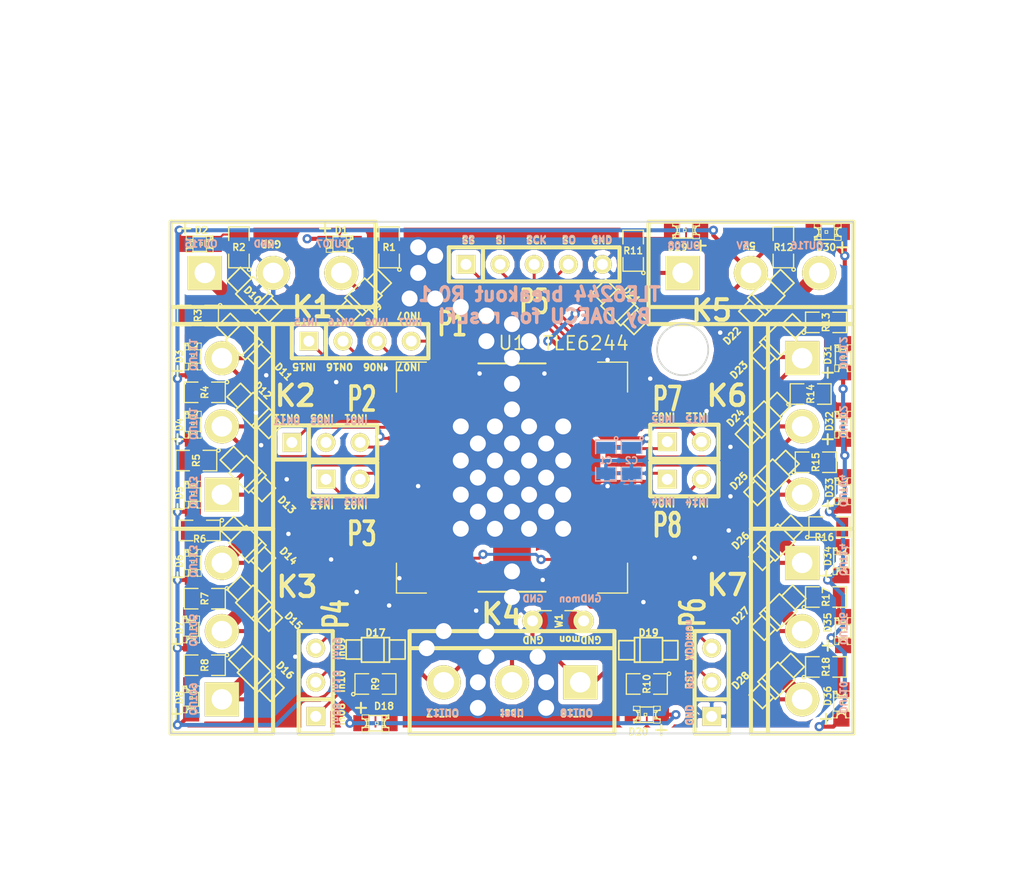
<source format=kicad_pcb>
(kicad_pcb (version 20221018) (generator pcbnew)
  (title_block (title "Breakout TLE6244") (rev "R.01") (company "http://rusefi.com/"))
  (layers (0 "F.Cu" signal) (1 "In1.Cu" power "PWR") (2 "In2.Cu" power "GND") (31 "B.Cu" signal) (34 "B.Paste" user) (35 "F.Paste" user) (36 "B.SilkS" user) (37 "F.SilkS" user) (38 "B.Mask" user) (39 "F.Mask" user) (44 "Edge.Cuts" user))
  (net 0 "")
  (net 1 "/5v")
  (net 2 "/GNDmon")
  (net 3 "/RST")
  (net 4 "/SCK")
  (net 5 "/SI")
  (net 6 "/SO")
  (net 7 "/SS")
  (net 8 "/Ubatt")
  (net 9 "/VDDmon")
  (net 10 "/in01")
  (net 11 "/in02")
  (net 12 "/in03")
  (net 13 "/in04")
  (net 14 "/in05")
  (net 15 "/in06")
  (net 16 "/in07")
  (net 17 "/in08")
  (net 18 "/in09")
  (net 19 "/in10")
  (net 20 "/in11")
  (net 21 "/in12")
  (net 22 "/in13")
  (net 23 "/in14")
  (net 24 "/in15")
  (net 25 "/in16")
  (net 26 "/out01")
  (net 27 "/out02")
  (net 28 "/out03")
  (net 29 "/out04")
  (net 30 "/out05")
  (net 31 "/out06")
  (net 32 "/out07")
  (net 33 "/out08")
  (net 34 "/out09")
  (net 35 "/out10")
  (net 36 "/out11")
  (net 37 "/out12")
  (net 38 "/out13")
  (net 39 "/out14")
  (net 40 "/out15")
  (net 41 "/out16")
  (net 42 "/out17")
  (net 43 "/out18")
  (net 44 "GND")
  (net 45 "N-0000026")
  (net 46 "N-0000028")
  (net 47 "N-0000029")
  (net 48 "N-0000030")
  (net 49 "N-0000033")
  (net 50 "N-0000034")
  (net 51 "N-0000039")
  (net 52 "N-0000040")
  (net 53 "N-0000041")
  (net 54 "N-0000042")
  (net 55 "N-0000043")
  (net 56 "N-0000044")
  (net 57 "N-0000059")
  (net 58 "N-0000060")
  (net 59 "N-0000061")
  (net 60 "N-0000062")
  (net 61 "N-0000063")
  (net 62 "N-0000064")
  (net 63 "N-0000065")
  (net 64 "N-0000066")
  (net 65 "N-0000068")
  (net 66 "N-0000069")
  (net 67 "N-0000070")
  (net 68 "N-0000071")
  (net 69 "N-0000072")
  (net 70 "N-0000073")
  (net 71 "N-0000074")
  (net 72 "N-0000075")
  (net 73 "N-0000076")
  (net 74 "N-0000077")
  (net 75 "N-0000078")
  (net 76 "N-0000079")
  (net 77 "N-0000080")
  (net 78 "N-0000081")
  (net 79 "N-0000083")
  (net 80 "N-0000084")
  (footprint "SOD-123" (layer "F.Cu") (at 206.375 153.543 -45)
    (fp_text reference "D14")
    (fp_text value "DIODE" hide)
  )
  (footprint "SOD-123" (layer "F.Cu") (at 245.872 158.623 -135)
    (fp_text reference "D27")
    (fp_text value "DIODE" hide)
  )
  (footprint "SOD-123" (layer "F.Cu") (at 245.745 153.416 -135)
    (fp_text reference "D26")
    (fp_text value "DIODE" hide)
  )
  (footprint "SOD-123" (layer "F.Cu") (at 245.364 148.59 -135)
    (fp_text reference "D25")
    (fp_text value "DIODE" hide)
  )
  (footprint "SOD-123" (layer "F.Cu") (at 245.745 163.703 -135)
    (fp_text reference "D28")
    (fp_text value "DIODE" hide)
  )
  (footprint "SOD-123" (layer "F.Cu") (at 244.729 144.272 -135)
    (fp_text reference "D24")
    (fp_text value "DIODE" hide)
  )
  (footprint "SOD-123" (layer "F.Cu") (at 206.883 135.001 -45)
    (fp_text reference "D10")
    (fp_text value "DIODE" hide)
  )
  (footprint "SOD-123" (layer "F.Cu") (at 245.872 138.43 -135)
    (fp_text reference "D23")
    (fp_text value "DIODE" hide)
  )
  (footprint "SOD-123" (layer "F.Cu") (at 207.01 163.195 -45)
    (fp_text reference "D16")
    (fp_text value "DIODE" hide)
  )
  (footprint "SOD-123" (layer "F.Cu") (at 236.22 161.417 180)
    (fp_text reference "D19")
    (fp_text value "DIODE" hide)
  )
  (footprint "SOD-123" (layer "F.Cu") (at 206.883 157.988 -45)
    (fp_text reference "D15")
    (fp_text value "DIODE" hide)
  )
  (footprint "SOD-123" (layer "F.Cu") (at 215.011 135.128 -135)
    (fp_text reference "D9")
    (fp_text value "DIODE" hide)
  )
  (footprint "SOD-123" (layer "F.Cu") (at 206.375 148.336 -45)
    (fp_text reference "D13")
    (fp_text value "DIODE" hide)
  )
  (footprint "SOD-123" (layer "F.Cu") (at 206.883 143.637 -45)
    (fp_text reference "D12")
    (fp_text value "DIODE" hide)
  )
  (footprint "SOD-123" (layer "F.Cu") (at 206.121 138.43 -45)
    (fp_text reference "D11")
    (fp_text value "DIODE" hide)
  )
  (footprint "SOD-123" (layer "F.Cu") (at 244.983 135.128 -135)
    (fp_text reference "D22")
    (fp_text value "DIODE" hide)
  )
  (footprint "SOD-123" (layer "F.Cu") (at 234.061 135.89 -45)
    (fp_text reference "D21")
    (fp_text value "DIODE" hide)
  )
  (footprint "SM0805_jumper" (layer "F.Cu") (at 229.489 159.258)
    (fp_text reference "W1")
    (fp_text value "TEST" hide)
  )
  (footprint "SM0805" (layer "F.Cu") (at 249.428 137.033)
    (fp_text reference "R13")
    (fp_text value "1K" hide)
  )
  (footprint "SM0805" (layer "F.Cu") (at 249.428 157.48)
    (fp_text reference "R17")
    (fp_text value "1K" hide)
  )
  (footprint "SM0805" (layer "F.Cu") (at 215.9 163.957)
    (fp_text reference "R9")
    (fp_text value "1K" hide)
  )
  (footprint "SM0805" (layer "F.Cu") (at 249.428 162.687)
    (fp_text reference "R18")
    (fp_text value "1K" hide)
  )
  (footprint "SM0805" (layer "F.Cu") (at 249.682 152.273)
    (fp_text reference "R16")
    (fp_text value "1K" hide)
  )
  (footprint "SM0805" (layer "F.Cu") (at 248.666 147.447)
    (fp_text reference "R15")
    (fp_text value "1K" hide)
  )
  (footprint "SM0805" (layer "F.Cu") (at 205.74 131.445 90)
    (fp_text reference "R2")
    (fp_text value "1K" hide)
  )
  (footprint "SM0805" (layer "F.Cu") (at 248.285 142.367)
    (fp_text reference "R14")
    (fp_text value "1K" hide)
  )
  (footprint "SM0805" (layer "F.Cu") (at 246.253 131.445 90)
    (fp_text reference "R12")
    (fp_text value "1K" hide)
  )
  (footprint "SM0805" (layer "F.Cu") (at 236.093 163.957 180)
    (fp_text reference "R10")
    (fp_text value "1K" hide)
  )
  (footprint "SM0805" (layer "F.Cu") (at 203.2 162.56 180)
    (fp_text reference "R8")
    (fp_text value "1K" hide)
  )
  (footprint "SM0805" (layer "F.Cu") (at 202.692 136.525 180)
    (fp_text reference "R3")
    (fp_text value "1K" hide)
  )
  (footprint "SM0805" (layer "F.Cu") (at 216.916 131.445 90)
    (fp_text reference "R1")
    (fp_text value "1K" hide)
  )
  (footprint "SM0805" (layer "F.Cu") (at 203.2 157.607 180)
    (fp_text reference "R7")
    (fp_text value "1K" hide)
  )
  (footprint "SM0805" (layer "F.Cu") (at 202.819 152.527 180)
    (fp_text reference "R6")
    (fp_text value "1K" hide)
  )
  (footprint "SM0805" (layer "F.Cu") (at 235.077 131.699 90)
    (fp_text reference "R11")
    (fp_text value "1K" hide)
  )
  (footprint "SM0805" (layer "F.Cu") (at 202.565 147.32 180)
    (fp_text reference "R5")
    (fp_text value "1K" hide)
  )
  (footprint "SM0805" (layer "F.Cu") (at 203.2 142.24 180)
    (fp_text reference "R4")
    (fp_text value "1K" hide)
  )
  (footprint "LED-0805_A" (layer "F.Cu") (at 215.9 166.878)
    (fp_text reference "D18")
    (fp_text value "LED-red" hide)
  )
  (footprint "LED-0805_A" (layer "F.Cu") (at 239.014 130.175 180)
    (fp_text reference "D29")
    (fp_text value "LED-red" hide)
  )
  (footprint "LED-0805_A" (layer "F.Cu") (at 202.311 149.86 90)
    (fp_text reference "D5")
    (fp_text value "LED-red" hide)
  )
  (footprint "LED-0805_A" (layer "F.Cu") (at 202.311 154.94 90)
    (fp_text reference "D6")
    (fp_text value "LED-red" hide)
  )
  (footprint "LED-0805_A" (layer "F.Cu") (at 213.233 131.191)
    (fp_text reference "D1")
    (fp_text value "LED-red" hide)
  )
  (footprint "LED-0805_A" (layer "F.Cu") (at 202.184 159.893 90)
    (fp_text reference "D7")
    (fp_text value "LED-red" hide)
  )
  (footprint "LED-0805_A" (layer "F.Cu") (at 202.311 144.653 90)
    (fp_text reference "D4")
    (fp_text value "LED-red" hide)
  )
  (footprint "LED-0805_A" (layer "F.Cu") (at 249.555 130.302 180)
    (fp_text reference "D30")
    (fp_text value "LED-red" hide)
  )
  (footprint "LED-0805_A" (layer "F.Cu") (at 202.819 131.191)
    (fp_text reference "D2")
    (fp_text value "LED-red" hide)
  )
  (footprint "LED-0805_A" (layer "F.Cu") (at 250.698 160.02 90)
    (fp_text reference "D35")
    (fp_text value "LED-red" hide)
  )
  (footprint "LED-0805_A" (layer "F.Cu") (at 202.184 165.1 90)
    (fp_text reference "D8")
    (fp_text value "LED-red" hide)
  )
  (footprint "LED-0805_A" (layer "F.Cu") (at 250.698 139.7 90)
    (fp_text reference "D31")
    (fp_text value "LED-red" hide)
  )
  (footprint "LED-0805_A" (layer "F.Cu") (at 250.698 144.653 90)
    (fp_text reference "D32")
    (fp_text value "LED-red" hide)
  )
  (footprint "LED-0805_A" (layer "F.Cu") (at 250.698 149.606 90)
    (fp_text reference "D33")
    (fp_text value "LED-red" hide)
  )
  (footprint "LED-0805_A" (layer "F.Cu") (at 250.571 165.481 90)
    (fp_text reference "D36")
    (fp_text value "LED-red" hide)
  )
  (footprint "LED-0805_A" (layer "F.Cu") (at 250.571 154.813 90)
    (fp_text reference "D34")
    (fp_text value "LED-red" hide)
  )
  (footprint "HiQUAD64" (layer "F.Cu") (at 226.06 148.59)
    (fp_text reference "U1")
    (fp_text value "TLE6244")
  )
  (footprint "bornier3" (layer "F.Cu") (at 243.84 133.35)
    (fp_text reference "K5")
    (fp_text value "CONN_3" hide)
  )
  (footprint "bornier3" (layer "F.Cu") (at 247.65 144.78 -90)
    (fp_text reference "K6")
    (fp_text value "CONN_3" hide)
  )
  (footprint "bornier3" (layer "F.Cu") (at 208.28 133.35)
    (fp_text reference "K1")
    (fp_text value "CONN_3" hide)
  )
  (footprint "bornier3" (layer "F.Cu") (at 247.65 160.02 -90)
    (fp_text reference "K7")
    (fp_text value "CONN_3" hide)
  )
  (footprint "bornier3" (layer "F.Cu") (at 204.47 160.02 90)
    (fp_text reference "K3")
    (fp_text value "CONN_3" hide)
  )
  (footprint "bornier3" (layer "F.Cu") (at 204.47 144.78 90)
    (fp_text reference "K2")
    (fp_text value "CONN_3" hide)
  )
  (footprint "LED-0805_A" (layer "F.Cu") (at 202.311 139.573 90)
    (fp_text reference "D3")
    (fp_text value "LED-red" hide)
  )
  (footprint "bornier3" (layer "F.Cu") (at 226.06 163.83 180)
    (fp_text reference "K4")
    (fp_text value "CONN_3" hide)
  )
  (footprint "SOD-123" (layer "F.Cu") (at 215.9 161.417)
    (fp_text reference "D17")
    (fp_text value "DIODE" hide)
  )
  (footprint "LED-0805_A" (layer "F.Cu") (at 236.093 166.243 180)
    (fp_text reference "D20")
    (fp_text value "LED-red" hide)
  )
  (footprint "SIL-4" (layer "F.Cu") (at 214.757 138.43)
    (fp_text reference "P1")
    (fp_text value "CONN_4" hide)
  )
  (footprint "SIL-3" (layer "F.Cu") (at 212.217 145.9738)
    (fp_text reference "P2")
    (fp_text value "CONN_3" hide)
  )
  (footprint "SIL-3" (layer "F.Cu") (at 211.455 163.83 90)
    (fp_text reference "P4")
    (fp_text value "CONN_3" hide)
  )
  (footprint "SIL-3" (layer "F.Cu") (at 240.919 163.83 90)
    (fp_text reference "P6")
    (fp_text value "CONN_3" hide)
  )
  (footprint "SIL-5" (layer "F.Cu") (at 228.981 132.715)
    (fp_text reference "P5")
    (fp_text value "CONN_5" hide)
  )
  (footprint "SIL-2" (layer "F.Cu") (at 213.487 148.717)
    (fp_text reference "P3")
    (fp_text value "CONN_2" hide)
  )
  (footprint "SIL-2" (layer "F.Cu") (at 238.887 148.717)
    (fp_text reference "P8")
    (fp_text value "CONN_2" hide)
  )
  (footprint "SIL-2" (layer "F.Cu") (at 238.887 145.923)
    (fp_text reference "P7")
    (fp_text value "CONN_2" hide)
  )
  (footprint "SM0805" (layer "B.Cu") (at 233.045 147.32 -90)
    (fp_text reference "C1")
    (fp_text value "1uF" hide)
  )
  (footprint "SM0805" (layer "B.Cu") (at 234.95 147.32 -90)
    (fp_text reference "C2")
    (fp_text value ".01uF" hide)
  )
  (gr_line (start 200.66 167.64) (end 200.66 129.54) (stroke (width 0.127)) (layer "Edge.Cuts"))
  (gr_line (start 200.66 129.54) (end 251.46 129.54) (stroke (width 0.127)) (layer "Edge.Cuts"))
  (gr_line (start 251.46 167.64) (end 200.66 167.64) (stroke (width 0.127)) (layer "Edge.Cuts"))
  (gr_line (start 251.46 129.54) (end 251.46 167.64) (stroke (width 0.127)) (layer "Edge.Cuts"))
  (gr_circle (center 238.76 139.065) (end 238.76 137.16) (stroke (width 0.127)) (fill none) (layer "Edge.Cuts"))
  (gr_text "OUT09       OUT05       OUT13       OUT03       OUT01       OUT11" (at 202.311 166.37 270) (layer "B.SilkS") (effects (font (size 0.508 0.508) (thickness 0.127)) (justify left mirror)))
  (gr_text "OUT16        5V       OUT08" (at 249.301 131.318) (layer "B.SilkS") (effects (font (size 0.508 0.508) (thickness 0.127)) (justify left mirror)))
  (gr_text "TLE6244 breakout R0.1\nBy DAECU for rusEFI " (at 228.092 135.763) (layer "B.SilkS") (effects (font (size 1.016 1.016) (thickness 0.254)) (justify mirror)))
  (gr_text "GNDmon   GND" (at 232.791 157.607) (layer "B.SilkS") (effects (font (size 0.508 0.508) (thickness 0.127)) (justify left mirror)))
  (gr_text "IN03  IN13" (at 215.392 150.368) (layer "B.SilkS") (effects (font (size 0.508 0.508) (thickness 0.127)) (justify left mirror)))
  (gr_text "OUT10       OUT06       OUT14       OUT04       OUT02       OUT12" (at 250.698 166.243 270) (layer "B.SilkS") (effects (font (size 0.508 0.508) (thickness 0.127)) (justify left mirror)))
  (gr_text "IN14  IN04" (at 240.792 150.368) (layer "B.SilkS") (effects (font (size 0.508 0.508) (thickness 0.127)) (justify left mirror)))
  (gr_text "IN01  IN05  0N11" (at 215.392 144.399) (layer "B.SilkS") (effects (font (size 0.508 0.508) (thickness 0.127)) (justify left mirror)))
  (gr_text "SS    SI    SCK   SO   GND" (at 222.25 130.81 180) (layer "B.SilkS") (effects (font (size 0.508 0.508) (thickness 0.127)) (justify left mirror)))
  (gr_text "GND   RST  VDDmon" (at 239.268 167.132 270) (layer "B.SilkS") (effects (font (size 0.508 0.508) (thickness 0.127)) (justify left mirror)))
  (gr_text "IN12  IN02" (at 240.792 144.272) (layer "B.SilkS") (effects (font (size 0.508 0.508) (thickness 0.127)) (justify left mirror)))
  (gr_text "in08  in10  in09" (at 212.979 167.132 270) (layer "B.SilkS") (effects (font (size 0.508 0.508) (thickness 0.127)) (justify left mirror)))
  (gr_text "OUT07        GND       OUT15" (at 213.995 131.191) (layer "B.SilkS") (effects (font (size 0.508 0.508) (thickness 0.127)) (justify left mirror)))
  (gr_text "OUT18       Ubat        OUT17" (at 232.156 166.116) (layer "B.SilkS") (effects (font (size 0.508 0.508) (thickness 0.127)) (justify left mirror)))
  (gr_text "IN07  IN06  0N16  IN15" (at 219.456 137.033) (layer "B.SilkS") (effects (font (size 0.508 0.508) (thickness 0.127)) (justify left mirror)))
  (gr_text "             GND            " (at 213.995 131.191 180) (layer "F.SilkS") (effects (font (size 0.508 0.508) (thickness 0.127)) (justify left)))
  (gr_text "             5V            " (at 249.301 131.318 180) (layer "F.SilkS") (effects (font (size 0.508 0.508) (thickness 0.127)) (justify left)))
  (gr_text "IN12  IN02" (at 240.792 144.018 180) (layer "F.SilkS") (effects (font (size 0.508 0.508) (thickness 0.127)) (justify left)))
  (gr_text "GNDmon   GND" (at 232.791 160.655 180) (layer "F.SilkS") (effects (font (size 0.508 0.508) (thickness 0.127)) (justify left)))
  (gr_text "IN01  IN05  0N11" (at 215.392 144.145 180) (layer "F.SilkS") (effects (font (size 0.508 0.508) (thickness 0.127)) (justify left)))
  (gr_text "IN07" (at 219.329 136.525 180) (layer "F.SilkS") (effects (font (size 0.508 0.508) (thickness 0.127)) (justify left)))
  (gr_text "IN07  IN06  0N16  IN15" (at 219.329 140.335 180) (layer "F.SilkS") (effects (font (size 0.508 0.508) (thickness 0.127)) (justify left)))
  (gr_text "OUT18       Ubat        OUT17" (at 232.156 166.116 180) (layer "F.SilkS") (effects (font (size 0.508 0.508) (thickness 0.127)) (justify left)))
  (gr_text "in08  in10  in09" (at 213.36 167.132 90) (layer "F.SilkS") (effects (font (size 0.508 0.508) (thickness 0.127)) (justify left)))
  (gr_text "SS    SI    SCK   SO   GND" (at 222.25 130.937) (layer "F.SilkS") (effects (font (size 0.508 0.508) (thickness 0.127)) (justify left)))
  (gr_text "IN03  IN13" (at 215.392 150.622 180) (layer "F.SilkS") (effects (font (size 0.508 0.508) (thickness 0.127)) (justify left)))
  (gr_text "GND   RST  VDDmon" (at 239.268 167.132 90) (layer "F.SilkS") (effects (font (size 0.508 0.508) (thickness 0.127)) (justify left)))
  (gr_text "IN14  IN04" (at 240.792 150.495 180) (layer "F.SilkS") (effects (font (size 0.508 0.508) (thickness 0.127)) (justify left)))
  (target plus (at 226.06 148.59) (size 0.005) (width 0.127) (layer "Edge.Cuts"))
  (segment (start 250.825 130.52298) (end 250.825 132.08) (width 0.3048) (layer "F.Cu") (net 1))
  (segment (start 201.295 130.71602) (end 201.295 130.175) (width 0.3048) (layer "F.Cu") (net 1))
  (segment (start 211.80298 130.81) (end 210.82 130.81) (width 0.3048) (layer "F.Cu") (net 1))
  (segment (start 201.96302 140.97) (end 201.422 140.97) (width 0.3048) (layer "F.Cu") (net 1))
  (segment (start 201.422 140.97) (end 201.168 141.224) (width 0.3048) (layer "F.Cu") (net 1))
  (segment (start 202.09002 151.13) (end 201.168 151.13) (width 0.3048) (layer "F.Cu") (net 1))
  (segment (start 202.09002 156.21) (end 201.168 156.21) (width 0.3048) (layer "F.Cu") (net 1))
  (segment (start 201.83602 161.29) (end 201.168 161.29) (width 0.3048) (layer "F.Cu") (net 1))
  (segment (start 201.32802 167.005) (end 201.168 167.005) (width 0.3048) (layer "F.Cu") (net 1))
  (segment (start 250.15698 160.528) (end 249.809 160.528) (width 0.3048) (layer "F.Cu") (net 1))
  (segment (start 250.22302 151.13) (end 249.682 151.13) (width 0.3048) (layer "F.Cu") (net 1))
  (segment (start 250.825 145.82902) (end 250.825 146.939) (width 0.3048) (layer "F.Cu") (net 1))
  (segment (start 249.96902 167.132) (end 248.92 167.132) (width 0.3048) (layer "F.Cu") (net 1))
  (segment (start 236.093 145.669) (end 234.16006 145.669) (width 0.3048) (layer "F.Cu") (net 1))
  (segment (start 234.16006 145.669) (end 234.15752 145.66646) (width 0.3048) (layer "F.Cu") (net 1))
  (segment (start 202.21702 145.796) (end 201.295 145.796) (width 0.3048) (layer "F.Cu") (net 1))
  (segment (start 250.22302 156.21) (end 249.555 156.21) (width 0.3048) (layer "F.Cu") (net 1))
  (segment (start 232.78846 145.66646) (end 232.156 145.034) (width 0.3048) (layer "F.Cu") (net 1))
  (segment (start 232.156 145.034) (end 232.156 142.532522) (width 0.3048) (layer "F.Cu") (net 1))
  (segment (start 232.156 142.532522) (end 234.188 140.500522) (width 0.3048) (layer "F.Cu") (net 1))
  (segment (start 234.188 140.500522) (end 234.188 139.573) (width 0.3048) (layer "F.Cu") (net 1))
  (segment (start 234.188 139.573) (end 238.252 135.509) (width 0.3048) (layer "F.Cu") (net 1))
  (segment (start 238.252 135.509) (end 241.681 135.509) (width 0.3048) (layer "F.Cu") (net 1))
  (segment (start 241.681 135.509) (end 243.84 133.35) (width 0.3048) (layer "F.Cu") (net 1))
  (segment (start 241.046 130.556) (end 243.84 133.35) (width 0.3048) (layer "F.Cu") (net 1))
  (segment (start 250.19 131.445) (end 246.126 131.445) (width 0.3048) (layer "F.Cu") (net 1))
  (segment (start 246.126 131.445) (end 245.11 131.445) (width 0.3048) (layer "F.Cu") (net 1))
  (segment (start 245.11 131.445) (end 243.84 132.715) (width 0.3048) (layer "F.Cu") (net 1))
  (segment (start 243.84 132.715) (end 243.84 133.35) (width 0.3048) (layer "F.Cu") (net 1))
  (segment (start 250.698 140.716) (end 249.428 139.446) (width 0.3048) (layer "F.Cu") (net 1))
  (segment (start 249.428 139.446) (end 249.428 136.017) (width 0.3048) (layer "F.Cu") (net 1))
  (segment (start 249.428 136.017) (end 250.825 134.62) (width 0.3048) (layer "F.Cu") (net 1))
  (segment (start 250.825 134.62) (end 250.825 132.08) (width 0.3048) (layer "F.Cu") (net 1))
  (segment (start 212.18398 131.191) (end 211.80298 130.81) (width 0.3048) (layer "F.Cu") (net 1))
  (segment (start 202.184 166.14902) (end 201.32802 167.005) (width 0.3048) (layer "F.Cu") (net 1))
  (segment (start 240.06302 130.175) (end 241.046 130.175) (width 0.3048) (layer "F.Cu") (net 1))
  (segment (start 202.311 150.90902) (end 202.09002 151.13) (width 0.3048) (layer "F.Cu") (net 1))
  (segment (start 250.825 132.08) (end 250.19 131.445) (width 0.3048) (layer "F.Cu") (net 1))
  (segment (start 202.184 160.94202) (end 201.83602 161.29) (width 0.3048) (layer "F.Cu") (net 1))
  (segment (start 202.311 155.98902) (end 202.09002 156.21) (width 0.3048) (layer "F.Cu") (net 1))
  (segment (start 250.698 145.70202) (end 250.825 145.82902) (width 0.3048) (layer "F.Cu") (net 1))
  (segment (start 214.85098 166.878) (end 213.995 166.878) (width 0.3048) (layer "F.Cu") (net 1))
  (segment (start 241.046 130.175) (end 241.046 130.556) (width 0.3048) (layer "F.Cu") (net 1))
  (segment (start 250.698 150.65502) (end 250.22302 151.13) (width 0.3048) (layer "F.Cu") (net 1))
  (segment (start 250.698 140.74902) (end 250.698 140.716) (width 0.3048) (layer "F.Cu") (net 1))
  (segment (start 250.698 161.06902) (end 250.15698 160.528) (width 0.3048) (layer "F.Cu") (net 1))
  (segment (start 250.60402 130.302) (end 250.825 130.52298) (width 0.3048) (layer "F.Cu") (net 1))
  (segment (start 250.698 140.74902) (end 250.698 141.986) (width 0.3048) (layer "F.Cu") (net 1))
  (segment (start 250.571 166.53002) (end 249.96902 167.132) (width 0.3048) (layer "F.Cu") (net 1))
  (segment (start 202.311 145.70202) (end 202.21702 145.796) (width 0.3048) (layer "F.Cu") (net 1))
  (segment (start 201.76998 131.191) (end 201.295 130.71602) (width 0.3048) (layer "F.Cu") (net 1))
  (segment (start 234.15752 145.66646) (end 232.78846 145.66646) (width 0.3048) (layer "F.Cu") (net 1))
  (segment (start 250.571 155.86202) (end 250.22302 156.21) (width 0.3048) (layer "F.Cu") (net 1))
  (segment (start 202.311 140.62202) (end 201.96302 140.97) (width 0.3048) (layer "F.Cu") (net 1))
  (segment (start 238.252 166.243) (end 237.14202 166.243) (width 0.3048) (layer "F.Cu") (net 1))
  (via (at 213.995 166.878) (size 0.6858) (drill 0.3302) (layers "F.Cu" "B.Cu") (net 1))
  (via (at 201.168 151.13) (size 0.6858) (drill 0.3302) (layers "F.Cu" "B.Cu") (net 1))
  (via (at 201.295 130.175) (size 0.6858) (drill 0.3302) (layers "F.Cu" "B.Cu") (net 1))
  (via (at 201.168 161.29) (size 0.6858) (drill 0.3302) (layers "F.Cu" "B.Cu") (net 1))
  (via (at 238.252 166.243) (size 0.6858) (drill 0.3302) (layers "F.Cu" "B.Cu") (net 1))
  (via (at 248.92 167.132) (size 0.6858) (drill 0.3302) (layers "F.Cu" "B.Cu") (net 1))
  (via (at 236.093 145.669) (size 0.6858) (drill 0.3302) (layers "F.Cu" "B.Cu") (net 1))
  (via (at 210.82 130.81) (size 0.6858) (drill 0.3302) (layers "F.Cu" "B.Cu") (net 1))
  (via (at 249.682 151.13) (size 0.6858) (drill 0.3302) (layers "F.Cu" "B.Cu") (net 1))
  (via (at 201.295 145.796) (size 0.6858) (drill 0.3302) (layers "F.Cu" "B.Cu") (net 1))
  (via (at 201.168 167.005) (size 0.6858) (drill 0.3302) (layers "F.Cu" "B.Cu") (net 1))
  (via (at 250.698 141.986) (size 0.6858) (drill 0.3302) (layers "F.Cu" "B.Cu") (net 1))
  (via (at 201.168 156.21) (size 0.6858) (drill 0.3302) (layers "F.Cu" "B.Cu") (net 1))
  (via (at 201.168 141.224) (size 0.6858) (drill 0.3302) (layers "F.Cu" "B.Cu") (net 1))
  (via (at 241.046 130.175) (size 0.6858) (drill 0.3302) (layers "F.Cu" "B.Cu") (net 1))
  (via (at 249.555 156.21) (size 0.6858) (drill 0.3302) (layers "F.Cu" "B.Cu") (net 1))
  (via (at 250.825 132.08) (size 0.6858) (drill 0.3302) (layers "F.Cu" "B.Cu") (net 1))
  (via (at 249.809 160.528) (size 0.6858) (drill 0.3302) (layers "F.Cu" "B.Cu") (net 1))
  (via (at 250.825 146.939) (size 0.6858) (drill 0.3302) (layers "F.Cu" "B.Cu") (net 1))
  (segment (start 234.95 146.3675) (end 235.3945 146.3675) (width 0.3048) (layer "B.Cu") (net 1))
  (segment (start 235.3945 146.3675) (end 236.093 145.669) (width 0.3048) (layer "B.Cu") (net 1))
  (segment (start 201.295 130.175) (end 201.168 130.302) (width 0.3048) (layer "B.Cu") (net 1))
  (segment (start 201.168 130.302) (end 201.168 145.669) (width 0.3048) (layer "B.Cu") (net 1))
  (segment (start 201.168 145.669) (end 201.168 151.13) (width 0.3048) (layer "B.Cu") (net 1))
  (segment (start 201.168 151.13) (end 201.168 156.21) (width 0.3048) (layer "B.Cu") (net 1))
  (segment (start 201.168 156.21) (end 201.168 161.29) (width 0.3048) (layer "B.Cu") (net 1))
  (segment (start 201.168 161.29) (end 201.168 167.005) (width 0.3048) (layer "B.Cu") (net 1))
  (segment (start 250.698 146.812) (end 250.825 146.939) (width 0.3048) (layer "B.Cu") (net 1))
  (segment (start 250.825 146.939) (end 250.825 149.987) (width 0.3048) (layer "B.Cu") (net 1))
  (segment (start 250.825 149.987) (end 249.682 151.13) (width 0.3048) (layer "B.Cu") (net 1))
  (segment (start 249.682 151.13) (end 250.698 152.146) (width 0.3048) (layer "B.Cu") (net 1))
  (segment (start 250.698 152.146) (end 250.698 155.067) (width 0.3048) (layer "B.Cu") (net 1))
  (segment (start 250.698 155.067) (end 249.555 156.21) (width 0.3048) (layer "B.Cu") (net 1))
  (segment (start 249.555 156.21) (end 250.698 157.353) (width 0.3048) (layer "B.Cu") (net 1))
  (segment (start 250.698 157.353) (end 250.698 159.639) (width 0.3048) (layer "B.Cu") (net 1))
  (segment (start 250.698 159.639) (end 249.809 160.528) (width 0.3048) (layer "B.Cu") (net 1))
  (segment (start 249.809 160.528) (end 249.809 160.655) (width 0.3048) (layer "B.Cu") (net 1))
  (segment (start 249.809 160.655) (end 250.825 161.671) (width 0.3048) (layer "B.Cu") (net 1))
  (segment (start 250.825 161.671) (end 250.825 165.227) (width 0.3048) (layer "B.Cu") (net 1))
  (segment (start 250.825 165.227) (end 248.92 167.132) (width 0.3048) (layer "B.Cu") (net 1))
  (segment (start 237.617 166.878) (end 238.252 166.243) (width 0.3048) (layer "B.Cu") (net 1))
  (segment (start 213.995 166.497) (end 212.598 165.1) (width 0.3048) (layer "B.Cu") (net 1))
  (segment (start 212.598 165.1) (end 210.439 165.1) (width 0.3048) (layer "B.Cu") (net 1))
  (segment (start 210.439 165.1) (end 208.534 167.005) (width 0.3048) (layer "B.Cu") (net 1))
  (segment (start 208.534 167.005) (end 201.168 167.005) (width 0.3048) (layer "B.Cu") (net 1))
  (segment (start 241.046 130.175) (end 201.295 130.175) (width 0.3048) (layer "B.Cu") (net 1))
  (segment (start 213.995 166.878) (end 213.995 166.497) (width 0.3048) (layer "B.Cu") (net 1))
  (segment (start 213.995 166.878) (end 237.617 166.878) (width 0.3048) (layer "B.Cu") (net 1))
  (segment (start 233.045 146.3675) (end 234.95 146.3675) (width 0.3048) (layer "B.Cu") (net 1))
  (segment (start 250.698 141.986) (end 250.698 146.812) (width 0.3048) (layer "B.Cu") (net 1))
  (segment (start 230.124 156.74658) (end 230.124 158.623) (width 0.2159) (layer "F.Cu") (net 2))
  (segment (start 230.124 158.623) (end 230.759 159.258) (width 0.2159) (layer "F.Cu") (net 2))
  (segment (start 230.18306 156.68752) (end 230.124 156.74658) (width 0.2159) (layer "F.Cu") (net 2))
  (segment (start 239.395 162.306) (end 239.395 160.655) (width 0.2159) (layer "F.Cu") (net 3))
  (segment (start 239.395 160.655) (end 237.49 158.75) (width 0.2159) (layer "F.Cu") (net 3))
  (segment (start 237.49 158.75) (end 233.426 158.75) (width 0.2159) (layer "F.Cu") (net 3))
  (segment (start 233.426 158.75) (end 232.918 158.242) (width 0.2159) (layer "F.Cu") (net 3))
  (segment (start 232.918 158.242) (end 231.902 158.242) (width 0.2159) (layer "F.Cu") (net 3))
  (segment (start 231.902 158.242) (end 231.648 157.988) (width 0.2159) (layer "F.Cu") (net 3))
  (segment (start 231.648 157.988) (end 231.648 156.85198) (width 0.2159) (layer "F.Cu") (net 3))
  (segment (start 231.648 156.85198) (end 231.48354 156.68752) (width 0.2159) (layer "F.Cu") (net 3))
  (segment (start 240.919 163.83) (end 239.395 162.306) (width 0.2159) (layer "F.Cu") (net 3))
  (segment (start 231.48354 138.90054) (end 227.711 135.128) (width 0.2159) (layer "F.Cu") (net 4))
  (segment (start 227.711 135.128) (end 227.711 132.715) (width 0.2159) (layer "F.Cu") (net 4))
  (segment (start 231.48354 140.49248) (end 231.48354 138.90054) (width 0.2159) (layer "F.Cu") (net 4))
  (segment (start 230.8333 138.86096) (end 225.171 133.19866) (width 0.2159) (layer "F.Cu") (net 5))
  (segment (start 225.171 133.19866) (end 225.171 132.715) (width 0.2159) (layer "F.Cu") (net 5))
  (segment (start 230.8333 140.49248) (end 230.8333 138.86096) (width 0.2159) (layer "F.Cu") (net 5))
  (segment (start 232.13378 138.94012) (end 228.6 135.40634) (width 0.2159) (layer "F.Cu") (net 6))
  (segment (start 228.6 135.40634) (end 228.6 134.366) (width 0.2159) (layer "F.Cu") (net 6))
  (segment (start 228.6 134.366) (end 230.251 132.715) (width 0.2159) (layer "F.Cu") (net 6))
  (segment (start 232.13378 140.49248) (end 232.13378 138.94012) (width 0.2159) (layer "F.Cu") (net 6))
  (segment (start 230.18306 138.82138) (end 225.60068 134.239) (width 0.2159) (layer "F.Cu") (net 7))
  (segment (start 225.60068 134.239) (end 224.155 134.239) (width 0.2159) (layer "F.Cu") (net 7))
  (segment (start 224.155 134.239) (end 222.631 132.715) (width 0.2159) (layer "F.Cu") (net 7))
  (segment (start 230.18306 140.49248) (end 230.18306 138.82138) (width 0.2159) (layer "F.Cu") (net 7))
  (segment (start 221.2867 155.236552) (end 221.456252 155.067) (width 0.3048) (layer "F.Cu") (net 8))
  (segment (start 221.456252 155.067) (end 223.647 155.067) (width 0.3048) (layer "F.Cu") (net 8))
  (segment (start 223.647 155.067) (end 223.774 155.194) (width 0.3048) (layer "F.Cu") (net 8))
  (segment (start 223.774 155.194) (end 223.774 157.607) (width 0.3048) (layer "F.Cu") (net 8))
  (segment (start 223.774 157.607) (end 226.06 159.893) (width 0.3048) (layer "F.Cu") (net 8))
  (segment (start 226.06 159.893) (end 226.06 163.83) (width 0.3048) (layer "F.Cu") (net 8))
  (segment (start 221.2867 156.68752) (end 221.2867 155.236552) (width 0.3048) (layer "F.Cu") (net 8))
  (segment (start 235.839 156.21) (end 233.553 156.21) (width 0.2159) (layer "F.Cu") (net 9))
  (segment (start 233.553 156.21) (end 232.537 155.194) (width 0.2159) (layer "F.Cu") (net 9))
  (segment (start 232.537 155.194) (end 231.013 155.194) (width 0.2159) (layer "F.Cu") (net 9))
  (segment (start 231.013 155.194) (end 230.886 155.321) (width 0.2159) (layer "F.Cu") (net 9))
  (segment (start 230.886 155.321) (end 230.886 156.63482) (width 0.2159) (layer "F.Cu") (net 9))
  (segment (start 230.886 156.63482) (end 230.8333 156.68752) (width 0.2159) (layer "F.Cu") (net 9))
  (segment (start 240.919 161.29) (end 235.839 156.21) (width 0.2159) (layer "F.Cu") (net 9))
  (segment (start 215.0999 146.3167) (end 217.96248 146.3167) (width 0.2159) (layer "F.Cu") (net 10))
  (segment (start 214.757 145.9738) (end 215.0999 146.3167) (width 0.2159) (layer "F.Cu") (net 10))
  (segment (start 237.109 146.431) (end 235.712 146.431) (width 0.2159) (layer "F.Cu") (net 11))
  (segment (start 235.712 146.431) (end 234.27182 146.431) (width 0.2159) (layer "F.Cu") (net 11))
  (segment (start 234.27182 146.431) (end 234.15752 146.3167) (width 0.2159) (layer "F.Cu") (net 11))
  (segment (start 237.617 145.923) (end 237.109 146.431) (width 0.2159) (layer "F.Cu") (net 11))
  (segment (start 215.20658 148.26742) (end 217.96248 148.26742) (width 0.2159) (layer "F.Cu") (net 12))
  (segment (start 214.757 148.717) (end 215.20658 148.26742) (width 0.2159) (layer "F.Cu") (net 12))
  (segment (start 237.16742 148.26742) (end 234.15752 148.26742) (width 0.2159) (layer "F.Cu") (net 13))
  (segment (start 237.617 148.717) (end 237.16742 148.26742) (width 0.2159) (layer "F.Cu") (net 13))
  (segment (start 217.95994 145.669) (end 216.3572 145.669) (width 0.2159) (layer "F.Cu") (net 14))
  (segment (start 216.3572 145.669) (end 216.2302 145.542) (width 0.2159) (layer "F.Cu") (net 14))
  (segment (start 217.96248 145.66646) (end 217.95994 145.669) (width 0.2159) (layer "F.Cu") (net 14))
  (via (at 216.2302 145.542) (size 0.6858) (drill 0.3302) (layers "F.Cu" "B.Cu") (net 14))
  (segment (start 216.2302 145.542) (end 216.2302 145.1102) (width 0.2159) (layer "B.Cu") (net 14))
  (segment (start 216.2302 145.1102) (end 215.9 144.78) (width 0.2159) (layer "B.Cu") (net 14))
  (segment (start 215.9 144.78) (end 213.36 144.78) (width 0.2159) (layer "B.Cu") (net 14))
  (segment (start 213.36 144.78) (end 213.36 144.8308) (width 0.2159) (layer "B.Cu") (net 14))
  (segment (start 213.36 144.8308) (end 212.217 145.9738) (width 0.2159) (layer "B.Cu") (net 14))
  (segment (start 219.98622 140.49248) (end 218.08948 140.49248) (width 0.2159) (layer "F.Cu") (net 15))
  (segment (start 218.08948 140.49248) (end 216.027 138.43) (width 0.2159) (layer "F.Cu") (net 15))
  (segment (start 220.63646 140.49248) (end 219.98622 140.49248) (width 0.2159) (layer "F.Cu") (net 15))
  (segment (start 221.869 140.42454) (end 221.869 139.192) (width 0.2159) (layer "F.Cu") (net 16))
  (segment (start 221.869 139.192) (end 221.107 138.43) (width 0.2159) (layer "F.Cu") (net 16))
  (segment (start 221.107 138.43) (end 218.567 138.43) (width 0.2159) (layer "F.Cu") (net 16))
  (segment (start 221.93694 140.49248) (end 221.869 140.42454) (width 0.2159) (layer "F.Cu") (net 16))
  (segment (start 213.283802 164.541198) (end 213.283802 160.682518) (width 0.2159) (layer "F.Cu") (net 17))
  (segment (start 213.283802 160.682518) (end 214.79616 159.17016) (width 0.2159) (layer "F.Cu") (net 17))
  (segment (start 214.79616 159.17016) (end 219.67084 159.17016) (width 0.2159) (layer "F.Cu") (net 17))
  (segment (start 219.67084 159.17016) (end 220.599 158.242) (width 0.2159) (layer "F.Cu") (net 17))
  (segment (start 220.599 158.242) (end 220.599 156.72498) (width 0.2159) (layer "F.Cu") (net 17))
  (segment (start 220.599 156.72498) (end 220.63646 156.68752) (width 0.2159) (layer "F.Cu") (net 17))
  (segment (start 211.455 166.37) (end 213.283802 164.541198) (width 0.2159) (layer "F.Cu") (net 17))
  (segment (start 217.96248 154.78252) (end 217.96248 154.76474) (width 0.2159) (layer "F.Cu") (net 18))
  (segment (start 211.455 161.29) (end 217.96248 154.78252) (width 0.2159) (layer "F.Cu") (net 18))
  (segment (start 232.74274 154.76474) (end 232.664 154.686) (width 0.2159) (layer "F.Cu") (net 19))
  (segment (start 232.664 154.686) (end 228.219 154.686) (width 0.2159) (layer "F.Cu") (net 19))
  (segment (start 223.901 154.305) (end 223.615252 154.590748) (width 0.2159) (layer "F.Cu") (net 19))
  (segment (start 223.615252 154.590748) (end 220.186252 154.590748) (width 0.2159) (layer "F.Cu") (net 19))
  (segment (start 220.186252 154.590748) (end 217.678 157.099) (width 0.2159) (layer "F.Cu") (net 19))
  (segment (start 217.678 157.099) (end 216.25666 157.099) (width 0.2159) (layer "F.Cu") (net 19))
  (segment (start 216.25666 157.099) (end 212.852 160.50366) (width 0.2159) (layer "F.Cu") (net 19))
  (segment (start 212.852 160.50366) (end 212.852 162.433) (width 0.2159) (layer "F.Cu") (net 19))
  (segment (start 212.852 162.433) (end 211.455 163.83) (width 0.2159) (layer "F.Cu") (net 19))
  (segment (start 234.15752 154.76474) (end 232.74274 154.76474) (width 0.2159) (layer "F.Cu") (net 19))
  (via (at 228.219 154.686) (size 0.6858) (drill 0.3302) (layers "F.Cu" "B.Cu") (net 19))
  (via (at 223.901 154.305) (size 0.6858) (drill 0.3302) (layers "F.Cu" "B.Cu") (net 19))
  (segment (start 228.219 154.686) (end 227.838 154.305) (width 0.2159) (layer "B.Cu") (net 19))
  (segment (start 227.838 154.305) (end 223.901 154.305) (width 0.2159) (layer "B.Cu") (net 19))
  (segment (start 217.788492 144.842232) (end 210.884768 144.842232) (width 0.2159) (layer "F.Cu") (net 20))
  (segment (start 210.884768 144.842232) (end 209.677 146.05) (width 0.2159) (layer "F.Cu") (net 20))
  (segment (start 217.96248 145.01622) (end 217.788492 144.842232) (width 0.2159) (layer "F.Cu") (net 20))
  (segment (start 234.1753 145.034) (end 235.647232 145.034) (width 0.2159) (layer "F.Cu") (net 21))
  (segment (start 235.647232 145.034) (end 235.839 144.842232) (width 0.2159) (layer "F.Cu") (net 21))
  (segment (start 235.839 144.842232) (end 238.76 144.842232) (width 0.2159) (layer "F.Cu") (net 21))
  (segment (start 238.76 144.842232) (end 239.076232 144.842232) (width 0.2159) (layer "F.Cu") (net 21))
  (segment (start 239.076232 144.842232) (end 240.157 145.923) (width 0.2159) (layer "F.Cu") (net 21))
  (segment (start 234.15752 145.01622) (end 234.1753 145.034) (width 0.2159) (layer "F.Cu") (net 21))
  (segment (start 213.71306 150.21306) (end 217.96248 150.21306) (width 0.2159) (layer "F.Cu") (net 22))
  (segment (start 212.217 148.717) (end 213.71306 150.21306) (width 0.2159) (layer "F.Cu") (net 22))
  (segment (start 238.66094 150.21306) (end 234.15752 150.21306) (width 0.2159) (layer "F.Cu") (net 23))
  (segment (start 240.157 148.717) (end 238.66094 150.21306) (width 0.2159) (layer "F.Cu") (net 23))
  (segment (start 214.93226 142.41526) (end 217.96248 142.41526) (width 0.2159) (layer "F.Cu") (net 24))
  (segment (start 210.947 138.43) (end 214.93226 142.41526) (width 0.2159) (layer "F.Cu") (net 24))
  (segment (start 221.234 140.54518) (end 221.234 141.859) (width 0.2159) (layer "F.Cu") (net 25))
  (segment (start 221.234 141.859) (end 221.234 141.986) (width 0.2159) (layer "F.Cu") (net 25))
  (segment (start 221.234 141.986) (end 219.583 141.986) (width 0.2159) (layer "F.Cu") (net 25))
  (segment (start 219.583 141.986) (end 218.948 141.351) (width 0.2159) (layer "F.Cu") (net 25))
  (segment (start 218.948 141.351) (end 216.408 141.351) (width 0.2159) (layer "F.Cu") (net 25))
  (segment (start 216.408 141.351) (end 213.487 138.43) (width 0.2159) (layer "F.Cu") (net 25))
  (segment (start 221.2867 140.49248) (end 221.234 140.54518) (width 0.2159) (layer "F.Cu") (net 25))
  (segment (start 206.756 147.066) (end 204.47 144.78) (width 0.3048) (layer "F.Cu") (net 26))
  (segment (start 208.061921 144.78) (end 204.47 144.78) (width 0.3048) (layer "F.Cu") (net 26))
  (segment (start 218.08948 147.066) (end 206.756 147.066) (width 0.3048) (layer "F.Cu") (net 26))
  (segment (start 208.068394 144.786473) (end 208.061921 144.78) (width 0.3048) (layer "F.Cu") (net 26))
  (segment (start 245.33606 147.09394) (end 247.65 144.78) (width 0.3048) (layer "F.Cu") (net 27))
  (segment (start 244.256921 144.78) (end 247.65 144.78) (width 0.3048) (layer "F.Cu") (net 27))
  (segment (start 234.15752 147.09394) (end 245.33606 147.09394) (width 0.3048) (layer "F.Cu") (net 27))
  (segment (start 243.579527 145.457394) (end 244.256921 144.78) (width 0.3048) (layer "F.Cu") (net 27))
  (segment (start 206.71282 147.61718) (end 204.47 149.86) (width 0.3048) (layer "F.Cu") (net 28))
  (segment (start 207.185867 149.86) (end 204.47 149.86) (width 0.3048) (layer "F.Cu") (net 28))
  (segment (start 207.560394 149.485473) (end 207.185867 149.86) (width 0.3048) (layer "F.Cu") (net 28))
  (segment (start 217.96248 147.61718) (end 206.71282 147.61718) (width 0.3048) (layer "F.Cu") (net 28))
  (segment (start 245.40718 147.61718) (end 247.65 149.86) (width 0.3048) (layer "F.Cu") (net 29))
  (segment (start 244.299133 149.86) (end 247.65 149.86) (width 0.3048) (layer "F.Cu") (net 29))
  (segment (start 244.214527 149.775394) (end 244.299133 149.86) (width 0.3048) (layer "F.Cu") (net 29))
  (segment (start 234.15752 147.61718) (end 245.40718 147.61718) (width 0.3048) (layer "F.Cu") (net 29))
  (segment (start 216.44102 152.81402) (end 216.154 152.527) (width 0.3048) (layer "F.Cu") (net 30))
  (segment (start 216.51722 152.16378) (end 216.154 152.527) (width 0.3048) (layer "F.Cu") (net 30))
  (segment (start 211.963 152.527) (end 204.47 160.02) (width 1.0668) (layer "F.Cu") (net 30))
  (segment (start 207.185867 160.02) (end 204.47 160.02) (width 0.3048) (layer "F.Cu") (net 30))
  (segment (start 216.154 152.527) (end 211.963 152.527) (width 1.0668) (layer "F.Cu") (net 30))
  (segment (start 217.96248 152.16378) (end 216.51722 152.16378) (width 0.3048) (layer "F.Cu") (net 30))
  (segment (start 216.44102 152.81402) (end 217.96248 152.81402) (width 0.3048) (layer "F.Cu") (net 30))
  (segment (start 208.068394 159.137473) (end 207.185867 160.02) (width 0.3048) (layer "F.Cu") (net 30))
  (segment (start 235.93298 152.81402) (end 236.22 152.527) (width 0.3048) (layer "F.Cu") (net 31))
  (segment (start 235.85678 152.16378) (end 236.22 152.527) (width 0.3048) (layer "F.Cu") (net 31))
  (segment (start 240.157 152.527) (end 247.65 160.02) (width 1.0668) (layer "F.Cu") (net 31))
  (segment (start 244.934133 160.02) (end 247.65 160.02) (width 0.3048) (layer "F.Cu") (net 31))
  (segment (start 244.722527 159.808394) (end 244.934133 160.02) (width 0.3048) (layer "F.Cu") (net 31))
  (segment (start 234.15752 152.16378) (end 235.85678 152.16378) (width 0.3048) (layer "F.Cu") (net 31))
  (segment (start 235.93298 152.81402) (end 234.15752 152.81402) (width 0.3048) (layer "F.Cu") (net 31))
  (segment (start 236.22 152.527) (end 240.157 152.527) (width 1.0668) (layer "F.Cu") (net 31))
  (segment (start 217.043 137.033) (end 221.234 137.033) (width 0.3048) (layer "F.Cu") (net 32))
  (segment (start 221.234 137.033) (end 222.631 138.43) (width 0.3048) (layer "F.Cu") (net 32))
  (segment (start 222.631 138.43) (end 222.631 140.44866) (width 0.3048) (layer "F.Cu") (net 32))
  (segment (start 222.631 140.44866) (end 222.58718 140.49248) (width 0.3048) (layer "F.Cu") (net 32))
  (segment (start 214.757 135.417921) (end 214.757 134.747) (width 0.3048) (layer "F.Cu") (net 32))
  (segment (start 214.757 134.747) (end 217.043 137.033) (width 0.3048) (layer "F.Cu") (net 32))
  (segment (start 213.36 133.35) (end 214.757 134.747) (width 0.3048) (layer "F.Cu") (net 32))
  (segment (start 213.861527 136.313394) (end 214.757 135.417921) (width 0.3048) (layer "F.Cu") (net 32))
  (segment (start 236.982 133.35) (end 238.76 133.35) (width 0.3048) (layer "F.Cu") (net 33))
  (segment (start 235.246394 136.948394) (end 234.315 136.017) (width 0.3048) (layer "F.Cu") (net 33))
  (segment (start 234.315 136.017) (end 236.982 133.35) (width 0.3048) (layer "F.Cu") (net 33))
  (segment (start 229.53282 138.85482) (end 229.108 138.43) (width 0.3048) (layer "F.Cu") (net 33))
  (segment (start 229.108 138.43) (end 228.727 138.43) (width 0.3048) (layer "F.Cu") (net 33))
  (segment (start 230.759 136.398) (end 231.14 136.017) (width 0.3048) (layer "F.Cu") (net 33))
  (segment (start 231.14 136.017) (end 234.315 136.017) (width 0.3048) (layer "F.Cu") (net 33))
  (segment (start 229.53282 140.49248) (end 229.53282 138.85482) (width 0.3048) (layer "F.Cu") (net 33))
  (segment (start 235.246394 137.039473) (end 235.246394 136.948394) (width 0.3048) (layer "F.Cu") (net 33))
  (via (at 228.727 138.43) (size 0.6858) (drill 0.3302) (layers "F.Cu" "B.Cu") (net 33))
  (via (at 230.759 136.398) (size 0.6858) (drill 0.3302) (layers "F.Cu" "B.Cu") (net 33))
  (segment (start 228.727 138.43) (end 230.759 136.398) (width 0.3048) (layer "B.Cu") (net 33))
  (segment (start 216.4715 154.1145) (end 216.281 153.924) (width 0.3048) (layer "F.Cu") (net 34))
  (segment (start 216.48674 153.46426) (end 216.154 153.797) (width 0.3048) (layer "F.Cu") (net 34))
  (segment (start 216.281 153.924) (end 216.154 153.797) (width 0.3048) (layer "F.Cu") (net 34))
  (segment (start 216.027 153.924) (end 204.851 165.1) (width 1.0668) (layer "F.Cu") (net 34))
  (segment (start 204.851 165.1) (end 204.47 165.1) (width 1.0668) (layer "F.Cu") (net 34))
  (segment (start 207.439867 165.1) (end 204.47 165.1) (width 0.3048) (layer "F.Cu") (net 34))
  (segment (start 216.4715 154.1145) (end 217.96248 154.1145) (width 0.3048) (layer "F.Cu") (net 34))
  (segment (start 216.281 153.924) (end 216.027 153.924) (width 1.0668) (layer "F.Cu") (net 34))
  (segment (start 208.195394 164.344473) (end 207.439867 165.1) (width 0.3048) (layer "F.Cu") (net 34))
  (segment (start 217.96248 153.46426) (end 216.48674 153.46426) (width 0.3048) (layer "F.Cu") (net 34))
  (segment (start 235.76026 153.46426) (end 236.093 153.797) (width 0.3048) (layer "F.Cu") (net 35))
  (segment (start 235.7755 154.1145) (end 235.9025 153.9875) (width 0.3048) (layer "F.Cu") (net 35))
  (segment (start 235.9025 153.9875) (end 236.093 153.797) (width 0.3048) (layer "F.Cu") (net 35))
  (segment (start 236.5375 153.9875) (end 247.65 165.1) (width 1.0668) (layer "F.Cu") (net 35))
  (segment (start 244.807133 165.1) (end 247.65 165.1) (width 0.3048) (layer "F.Cu") (net 35))
  (segment (start 244.595527 164.888394) (end 244.807133 165.1) (width 0.3048) (layer "F.Cu") (net 35))
  (segment (start 235.9025 153.9875) (end 236.5375 153.9875) (width 1.0668) (layer "F.Cu") (net 35))
  (segment (start 234.15752 154.1145) (end 235.7755 154.1145) (width 0.3048) (layer "F.Cu") (net 35))
  (segment (start 235.76026 153.46426) (end 234.15752 153.46426) (width 0.3048) (layer "F.Cu") (net 35))
  (segment (start 209.13598 144.36598) (end 204.47 139.7) (width 0.3048) (layer "F.Cu") (net 36))
  (segment (start 207.185867 139.7) (end 204.47 139.7) (width 0.3048) (layer "F.Cu") (net 36))
  (segment (start 207.306394 139.579473) (end 207.185867 139.7) (width 0.3048) (layer "F.Cu") (net 36))
  (segment (start 217.96248 144.36598) (end 209.13598 144.36598) (width 0.3048) (layer "F.Cu") (net 36))
  (segment (start 242.98402 144.36598) (end 247.65 139.7) (width 0.3048) (layer "F.Cu") (net 37))
  (segment (start 247.565394 139.615394) (end 244.722527 139.615394) (width 0.3048) (layer "F.Cu") (net 37))
  (segment (start 247.65 139.7) (end 247.565394 139.615394) (width 0.3048) (layer "F.Cu") (net 37))
  (segment (start 234.15752 144.36598) (end 242.98402 144.36598) (width 0.3048) (layer "F.Cu") (net 37))
  (segment (start 216.53754 151.51354) (end 216.154 151.13) (width 0.3048) (layer "F.Cu") (net 38))
  (segment (start 216.4207 150.8633) (end 216.154 151.13) (width 0.3048) (layer "F.Cu") (net 38))
  (segment (start 208.28 151.13) (end 204.47 154.94) (width 1.0668) (layer "F.Cu") (net 38))
  (segment (start 207.312867 154.94) (end 204.47 154.94) (width 0.3048) (layer "F.Cu") (net 38))
  (segment (start 207.560394 154.692473) (end 207.312867 154.94) (width 0.3048) (layer "F.Cu") (net 38))
  (segment (start 216.154 151.13) (end 208.28 151.13) (width 1.0668) (layer "F.Cu") (net 38))
  (segment (start 217.96248 150.8633) (end 216.4207 150.8633) (width 0.3048) (layer "F.Cu") (net 38))
  (segment (start 216.53754 151.51354) (end 217.96248 151.51354) (width 0.3048) (layer "F.Cu") (net 38))
  (segment (start 235.70946 151.51354) (end 236.093 151.13) (width 0.3048) (layer "F.Cu") (net 39))
  (segment (start 235.8263 150.8633) (end 236.093 151.13) (width 0.3048) (layer "F.Cu") (net 39))
  (segment (start 244.934133 154.94) (end 247.65 154.94) (width 0.3048) (layer "F.Cu") (net 39))
  (segment (start 243.205 151.13) (end 243.586 151.13) (width 1.0668) (layer "F.Cu") (net 39))
  (segment (start 243.586 151.13) (end 243.713 151.13) (width 1.0668) (layer "F.Cu") (net 39))
  (segment (start 243.713 151.13) (end 245.872 153.289) (width 1.0668) (layer "F.Cu") (net 39))
  (segment (start 245.872 153.289) (end 245.999 153.289) (width 1.0668) (layer "F.Cu") (net 39))
  (segment (start 245.999 153.289) (end 247.65 154.94) (width 1.0668) (layer "F.Cu") (net 39))
  (segment (start 244.595527 154.601394) (end 244.934133 154.94) (width 0.3048) (layer "F.Cu") (net 39))
  (segment (start 236.093 151.13) (end 243.205 151.13) (width 1.0668) (layer "F.Cu") (net 39))
  (segment (start 234.15752 150.8633) (end 235.8263 150.8633) (width 0.3048) (layer "F.Cu") (net 39))
  (segment (start 235.70946 151.51354) (end 234.15752 151.51354) (width 0.3048) (layer "F.Cu") (net 39))
  (segment (start 216.48674 143.71574) (end 216.154 143.383) (width 0.3048) (layer "F.Cu") (net 40))
  (segment (start 216.4715 143.0655) (end 216.154 143.383) (width 0.3048) (layer "F.Cu") (net 40))
  (segment (start 213.233 143.383) (end 207.034434 137.184434) (width 1.0668) (layer "F.Cu") (net 40))
  (segment (start 207.034434 137.184433) (end 207.034434 137.184434) (width 0.3048) (layer "F.Cu") (net 40))
  (segment (start 207.034434 137.184434) (end 203.2 133.35) (width 1.0668) (layer "F.Cu") (net 40))
  (segment (start 216.48674 143.71574) (end 217.96248 143.71574) (width 0.3048) (layer "F.Cu") (net 40))
  (segment (start 217.96248 143.0655) (end 216.4715 143.0655) (width 0.3048) (layer "F.Cu") (net 40))
  (segment (start 216.154 143.383) (end 213.233 143.383) (width 1.0668) (layer "F.Cu") (net 40))
  (segment (start 208.068394 136.150473) (end 207.034434 137.184433) (width 0.3048) (layer "F.Cu") (net 40))
  (segment (start 235.50626 143.71574) (end 235.839 143.383) (width 0.3048) (layer "F.Cu") (net 41))
  (segment (start 235.5215 143.0655) (end 235.839 143.383) (width 0.3048) (layer "F.Cu") (net 41))
  (segment (start 238.887 143.383) (end 244.895066 137.374934) (width 1.0668) (layer "F.Cu") (net 41))
  (segment (start 244.895067 137.374934) (end 244.895066 137.374934) (width 0.3048) (layer "F.Cu") (net 41))
  (segment (start 244.895066 137.374934) (end 248.92 133.35) (width 1.0668) (layer "F.Cu") (net 41))
  (segment (start 234.15752 143.0655) (end 235.5215 143.0655) (width 0.3048) (layer "F.Cu") (net 41))
  (segment (start 235.50626 143.71574) (end 234.15752 143.71574) (width 0.3048) (layer "F.Cu") (net 41))
  (segment (start 235.839 143.383) (end 238.887 143.383) (width 1.0668) (layer "F.Cu") (net 41))
  (segment (start 243.833527 136.313394) (end 244.895067 137.374934) (width 0.3048) (layer "F.Cu") (net 41))
  (segment (start 222.58718 162.22282) (end 220.98 163.83) (width 0.3048) (layer "F.Cu") (net 42))
  (segment (start 219.9894 163.83) (end 220.98 163.83) (width 0.3048) (layer "F.Cu") (net 42))
  (segment (start 217.551 161.3916) (end 219.9894 163.83) (width 0.3048) (layer "F.Cu") (net 42))
  (segment (start 222.58718 156.68752) (end 222.58718 162.22282) (width 0.3048) (layer "F.Cu") (net 42))
  (segment (start 229.53282 162.22282) (end 231.14 163.83) (width 0.3048) (layer "F.Cu") (net 43))
  (segment (start 232.1814 163.83) (end 231.14 163.83) (width 0.3048) (layer "F.Cu") (net 43))
  (segment (start 229.53282 156.68752) (end 229.53282 162.22282) (width 0.3048) (layer "F.Cu") (net 43))
  (segment (start 234.569 161.4424) (end 232.1814 163.83) (width 0.3048) (layer "F.Cu") (net 43))
  (segment (start 223.52 146.05) (end 224.79 144.78) (width 0.1524) (layer "F.Cu") (net 44))
  (segment (start 226.06 146.05) (end 227.33 144.78) (width 0.1524) (layer "F.Cu") (net 44))
  (segment (start 228.6 146.05) (end 229.87 144.78) (width 0.1524) (layer "F.Cu") (net 44))
  (segment (start 229.87 147.32) (end 227.33 147.32) (width 0.1524) (layer "F.Cu") (net 44))
  (segment (start 224.79 147.32) (end 222.25 147.32) (width 0.1524) (layer "F.Cu") (net 44))
  (segment (start 223.52 148.59) (end 226.06 148.59) (width 0.1524) (layer "F.Cu") (net 44))
  (segment (start 228.6 148.59) (end 229.87 149.86) (width 0.1524) (layer "F.Cu") (net 44))
  (segment (start 227.33 149.86) (end 224.79 149.86) (width 0.1524) (layer "F.Cu") (net 44))
  (segment (start 222.25 149.86) (end 223.52 151.13) (width 0.1524) (layer "F.Cu") (net 44))
  (segment (start 226.06 151.13) (end 228.6 151.13) (width 0.1524) (layer "F.Cu") (net 44))
  (segment (start 229.87 152.4) (end 227.33 152.4) (width 0.1524) (layer "F.Cu") (net 44))
  (segment (start 224.79 152.4) (end 222.25 152.4) (width 0.1524) (layer "F.Cu") (net 44))
  (segment (start 228.40506 156.21) (end 228.346 156.21) (width 0.3048) (layer "F.Cu") (net 44))
  (segment (start 233.8451 149.225) (end 233.172 149.225) (width 0.3048) (layer "F.Cu") (net 44))
  (segment (start 233.8197 149.225) (end 233.172 149.225) (width 0.3048) (layer "F.Cu") (net 44))
  (segment (start 218.2749 149.225) (end 219.075 149.225) (width 0.3048) (layer "F.Cu") (net 44))
  (segment (start 218.3003 149.225) (end 219.075 149.225) (width 0.3048) (layer "F.Cu") (net 44))
  (segment (start 223.58794 140.843) (end 223.647 140.843) (width 0.3048) (layer "F.Cu") (net 44))
  (segment (start 228.53206 140.843) (end 228.473 140.843) (width 0.3048) (layer "F.Cu") (net 44))
  (segment (start 212.979 141.478) (end 213.106 141.478) (width 0.3048) (layer "F.Cu") (net 44))
  (segment (start 235.839 157.861) (end 235.839 157.607) (width 0.3048) (layer "F.Cu") (net 44))
  (segment (start 217.678 156.083) (end 217.551 156.083) (width 0.3048) (layer "F.Cu") (net 44))
  (segment (start 223.23742 158.34042) (end 223.393 158.496) (width 0.3048) (layer "F.Cu") (net 44))
  (segment (start 226.06 143.51) (end 226.06 141.605) (width 0.3048) (layer "F.Cu") (net 44))
  (segment (start 226.06 139.7) (end 226.06 141.732) (width 0.3048) (layer "F.Cu") (net 44))
  (segment (start 226.06 157.48) (end 226.06 155.448) (width 0.3048) (layer "F.Cu") (net 44))
  (segment (start 226.06 140.335) (end 224.155 138.43) (width 0.3048) (layer "F.Cu") (net 44))
  (segment (start 227.33 138.43) (end 226.06 137.16) (width 0.3048) (layer "F.Cu") (net 44))
  (segment (start 224.155 136.525) (end 223.52 135.89) (width 0.3048) (layer "F.Cu") (net 44))
  (segment (start 223.52 135.89) (end 222.25 135.89) (width 0.3048) (layer "F.Cu") (net 44))
  (segment (start 220.345 135.255) (end 218.44 135.255) (width 0.3048) (layer "F.Cu") (net 44))
  (segment (start 219.075 133.35) (end 220.345 132.08) (width 0.3048) (layer "F.Cu") (net 44))
  (segment (start 223.393 159.258) (end 224.155 160.02) (width 0.3048) (layer "F.Cu") (net 44))
  (segment (start 224.155 161.925) (end 223.52 162.56) (width 0.3048) (layer "F.Cu") (net 44))
  (segment (start 223.52 162.56) (end 223.52 163.83) (width 0.3048) (layer "F.Cu") (net 44))
  (segment (start 227.584 161.544) (end 227.965 161.925) (width 0.3048) (layer "F.Cu") (net 44))
  (segment (start 228.6 163.83) (end 228.6 165.735) (width 0.3048) (layer "F.Cu") (net 44))
  (segment (start 220.98 160.02) (end 219.71 161.29) (width 0.3048) (layer "F.Cu") (net 44))
  (segment (start 223.23742 156.68752) (end 223.23742 158.34042) (width 0.3048) (layer "F.Cu") (net 44))
  (segment (start 226.06 148.59) (end 222.25 144.78) (width 0.1524) (layer "F.Cu") (net 44))
  (segment (start 227.584 159.258) (end 227.584 161.544) (width 0.3048) (layer "F.Cu") (net 44))
  (segment (start 223.393 158.496) (end 223.393 159.258) (width 0.3048) (layer "F.Cu") (net 44))
  (segment (start 218.2749 149.225) (end 217.96248 148.91258) (width 0.3048) (layer "F.Cu") (net 44))
  (segment (start 228.88258 156.68752) (end 228.40506 156.21) (width 0.3048) (layer "F.Cu") (net 44))
  (segment (start 228.88258 140.49248) (end 228.53206 140.843) (width 0.3048) (layer "F.Cu") (net 44))
  (segment (start 223.23742 140.49248) (end 223.58794 140.843) (width 0.3048) (layer "F.Cu") (net 44))
  (segment (start 234.15752 149.56282) (end 233.8197 149.225) (width 0.3048) (layer "F.Cu") (net 44))
  (segment (start 217.96248 149.56282) (end 218.3003 149.225) (width 0.3048) (layer "F.Cu") (net 44))
  (segment (start 226.06 148.59) (end 226.06 155.575) (width 0.3048) (layer "F.Cu") (net 44))
  (segment (start 233.8451 149.225) (end 234.15752 148.91258) (width 0.3048) (layer "F.Cu") (net 44))
  (segment (start 226.06 141.732) (end 226.06 140.335) (width 0.3048) (layer "F.Cu") (net 44))
  (via (at 219.075 131.445) (size 1.54178) (drill 1.18618) (layers "F.Cu" "B.Cu") (net 44))
  (via (at 220.98 160.02) (size 1.54178) (drill 1.18618) (layers "F.Cu" "B.Cu") (net 44))
  (via (at 233.172 139.827) (size 0.6858) (drill 0.3302) (layers "F.Cu" "B.Cu") (net 44))
  (via (at 242.189 152.527) (size 0.6858) (drill 0.3302) (layers "F.Cu" "B.Cu") (net 44))
  (via (at 223.52 163.83) (size 1.54178) (drill 1.18618) (layers "F.Cu" "B.Cu") (net 44))
  (via (at 236.347 141.224) (size 0.6858) (drill 0.3302) (layers "F.Cu" "B.Cu") (net 44))
  (via (at 207.01 143.764) (size 0.6858) (drill 0.3302) (layers "F.Cu" "B.Cu") (net 44))
  (via (at 212.979 141.478) (size 0.6858) (drill 0.3302) (layers "F.Cu" "B.Cu") (net 44))
  (via (at 219.075 149.225) (size 0.6858) (drill 0.3302) (layers "F.Cu" "B.Cu") (net 44))
  (via (at 227.33 147.32) (size 1.54178) (drill 1.18618) (layers "F.Cu" "B.Cu") (net 44))
  (via (at 224.79 152.4) (size 1.54178) (drill 1.18618) (layers "F.Cu" "B.Cu") (net 44))
  (via (at 220.345 135.255) (size 1.54178) (drill 1.18618) (layers "F.Cu" "B.Cu") (net 44))
  (via (at 233.172 149.225) (size 0.6858) (drill 0.3302) (layers "F.Cu" "B.Cu") (net 44))
  (via (at 214.503 157.099) (size 0.6858) (drill 0.3302) (layers "F.Cu" "B.Cu") (net 44))
  (via (at 223.52 148.59) (size 1.54178) (drill 1.18618) (layers "F.Cu" "B.Cu") (net 44))
  (via (at 228.6 151.13) (size 1.54178) (drill 1.18618) (layers "F.Cu" "B.Cu") (net 44))
  (via (at 241.554 137.795) (size 0.6858) (drill 0.3302) (layers "F.Cu" "B.Cu") (net 44))
  (via (at 226.06 137.16) (size 1.54178) (drill 1.18618) (layers "F.Cu" "B.Cu") (net 44))
  (via (at 216.662 140.462) (size 0.6858) (drill 0.3302) (layers "F.Cu" "B.Cu") (net 44))
  (via (at 220.345 132.08) (size 1.54178) (drill 1.18618) (layers "F.Cu" "B.Cu") (net 44))
  (via (at 229.87 152.4) (size 1.54178) (drill 1.18618) (layers "F.Cu" "B.Cu") (net 44))
  (via (at 228.6 163.83) (size 1.54178) (drill 1.18618) (layers "F.Cu" "B.Cu") (net 44))
  (via (at 226.06 148.59) (size 1.54178) (drill 1.18618) (layers "F.Cu" "B.Cu") (net 44))
  (via (at 226.06 146.05) (size 1.54178) (drill 1.18618) (layers "F.Cu" "B.Cu") (net 44))
  (via (at 224.155 138.43) (size 1.54178) (drill 1.18618) (layers "F.Cu" "B.Cu") (net 44))
  (via (at 219.71 161.29) (size 1.54178) (drill 1.18618) (layers "F.Cu" "B.Cu") (net 44))
  (via (at 217.678 156.083) (size 0.6858) (drill 0.3302) (layers "F.Cu" "B.Cu") (net 44))
  (via (at 224.155 161.925) (size 1.54178) (drill 1.18618) (layers "F.Cu" "B.Cu") (net 44))
  (via (at 222.25 152.4) (size 1.54178) (drill 1.18618) (layers "F.Cu" "B.Cu") (net 44))
  (via (at 218.44 135.255) (size 1.54178) (drill 1.18618) (layers "F.Cu" "B.Cu") (net 44))
  (via (at 223.52 146.05) (size 1.54178) (drill 1.18618) (layers "F.Cu" "B.Cu") (net 44))
  (via (at 229.87 147.32) (size 1.54178) (drill 1.18618) (layers "F.Cu" "B.Cu") (net 44))
  (via (at 209.423 152.781) (size 0.6858) (drill 0.3302) (layers "F.Cu" "B.Cu") (net 44))
  (via (at 227.33 138.43) (size 1.54178) (drill 1.18618) (layers "F.Cu" "B.Cu") (net 44))
  (via (at 222.25 147.32) (size 1.54178) (drill 1.18618) (layers "F.Cu" "B.Cu") (net 44))
  (via (at 224.79 144.78) (size 1.54178) (drill 1.18618) (layers "F.Cu" "B.Cu") (net 44))
  (via (at 223.52 151.13) (size 1.54178) (drill 1.18618) (layers "F.Cu" "B.Cu") (net 44))
  (via (at 229.87 144.78) (size 1.54178) (drill 1.18618) (layers "F.Cu" "B.Cu") (net 44))
  (via (at 223.52 165.735) (size 1.54178) (drill 1.18618) (layers "F.Cu" "B.Cu") (net 44))
  (via (at 226.06 151.13) (size 1.54178) (drill 1.18618) (layers "F.Cu" "B.Cu") (net 44))
  (via (at 212.598 154.686) (size 0.6858) (drill 0.3302) (layers "F.Cu" "B.Cu") (net 44))
  (via (at 227.33 144.78) (size 1.54178) (drill 1.18618) (layers "F.Cu" "B.Cu") (net 44))
  (via (at 226.06 141.605) (size 1.54178) (drill 1.18618) (layers "F.Cu" "B.Cu") (net 44))
  (via (at 227.965 161.925) (size 1.54178) (drill 1.18618) (layers "F.Cu" "B.Cu") (net 44))
  (via (at 222.25 149.86) (size 1.54178) (drill 1.18618) (layers "F.Cu" "B.Cu") (net 44))
  (via (at 224.155 136.525) (size 1.54178) (drill 1.18618) (layers "F.Cu" "B.Cu") (net 44))
  (via (at 209.931 161.925) (size 0.6858) (drill 0.3302) (layers "F.Cu" "B.Cu") (net 44))
  (via (at 242.316 146.304) (size 0.6858) (drill 0.3302) (layers "F.Cu" "B.Cu") (net 44))
  (via (at 226.06 157.48) (size 1.54178) (drill 1.18618) (layers "F.Cu" "B.Cu") (net 44))
  (via (at 226.06 139.7) (size 1.54178) (drill 1.18618) (layers "F.Cu" "B.Cu") (net 44))
  (via (at 226.06 143.51) (size 1.54178) (drill 1.18618) (layers "F.Cu" "B.Cu") (net 44))
  (via (at 207.772 140.97) (size 0.6858) (drill 0.3302) (layers "F.Cu" "B.Cu") (net 44))
  (via (at 235.839 157.861) (size 0.6858) (drill 0.3302) (layers "F.Cu" "B.Cu") (net 44))
  (via (at 228.6 146.05) (size 1.54178) (drill 1.18618) (layers "F.Cu" "B.Cu") (net 44))
  (via (at 228.473 140.843) (size 0.6858) (drill 0.3302) (layers "F.Cu" "B.Cu") (net 44))
  (via (at 224.79 149.86) (size 1.54178) (drill 1.18618) (layers "F.Cu" "B.Cu") (net 44))
  (via (at 222.25 144.78) (size 1.54178) (drill 1.18618) (layers "F.Cu" "B.Cu") (net 44))
  (via (at 222.25 135.89) (size 1.54178) (drill 1.18618) (layers "F.Cu" "B.Cu") (net 44))
  (via (at 240.538 143.637) (size 0.6858) (drill 0.3302) (layers "F.Cu" "B.Cu") (net 44))
  (via (at 223.647 140.843) (size 0.6858) (drill 0.3302) (layers "F.Cu" "B.Cu") (net 44))
  (via (at 209.296 148.717) (size 0.6858) (drill 0.3302) (layers "F.Cu" "B.Cu") (net 44))
  (via (at 239.649 154.559) (size 0.6858) (drill 0.3302) (layers "F.Cu" "B.Cu") (net 44))
  (via (at 223.393 158.496) (size 0.6858) (drill 0.3302) (layers "F.Cu" "B.Cu") (net 44))
  (via (at 224.79 147.32) (size 1.54178) (drill 1.18618) (layers "F.Cu" "B.Cu") (net 44))
  (via (at 224.155 160.02) (size 1.54178) (drill 1.18618) (layers "F.Cu" "B.Cu") (net 44))
  (via (at 228.6 148.59) (size 1.54178) (drill 1.18618) (layers "F.Cu" "B.Cu") (net 44))
  (via (at 219.075 133.35) (size 1.54178) (drill 1.18618) (layers "F.Cu" "B.Cu") (net 44))
  (via (at 227.33 149.86) (size 1.54178) (drill 1.18618) (layers "F.Cu" "B.Cu") (net 44))
  (via (at 216.916 158.115) (size 0.6858) (drill 0.3302) (layers "F.Cu" "B.Cu") (net 44))
  (via (at 229.87 149.86) (size 1.54178) (drill 1.18618) (layers "F.Cu" "B.Cu") (net 44))
  (via (at 242.316 149.987) (size 0.6858) (drill 0.3302) (layers "F.Cu" "B.Cu") (net 44))
  (via (at 228.6 165.735) (size 1.54178) (drill 1.18618) (layers "F.Cu" "B.Cu") (net 44))
  (via (at 228.346 156.21) (size 0.6858) (drill 0.3302) (layers "F.Cu" "B.Cu") (net 44))
  (via (at 227.33 152.4) (size 1.54178) (drill 1.18618) (layers "F.Cu" "B.Cu") (net 44))
  (via (at 226.06 155.575) (size 1.54178) (drill 1.18618) (layers "F.Cu" "B.Cu") (net 44))
  (via (at 207.391 146.177) (size 0.6858) (drill 0.3302) (layers "F.Cu" "B.Cu") (net 44))
  (segment (start 222.25 144.78) (end 223.52 146.05) (width 0.1524) (layer "B.Cu") (net 44))
  (segment (start 224.79 144.78) (end 226.06 146.05) (width 0.1524) (layer "B.Cu") (net 44))
  (segment (start 227.33 144.78) (end 228.6 146.05) (width 0.1524) (layer "B.Cu") (net 44))
  (segment (start 229.87 144.78) (end 229.87 147.32) (width 0.1524) (layer "B.Cu") (net 44))
  (segment (start 227.33 147.32) (end 224.79 147.32) (width 0.1524) (layer "B.Cu") (net 44))
  (segment (start 222.25 147.32) (end 223.52 148.59) (width 0.1524) (layer "B.Cu") (net 44))
  (segment (start 226.06 148.59) (end 228.6 148.59) (width 0.1524) (layer "B.Cu") (net 44))
  (segment (start 229.87 149.86) (end 227.33 149.86) (width 0.1524) (layer "B.Cu") (net 44))
  (segment (start 224.79 149.86) (end 222.25 149.86) (width 0.1524) (layer "B.Cu") (net 44))
  (segment (start 223.52 151.13) (end 226.06 151.13) (width 0.1524) (layer "B.Cu") (net 44))
  (segment (start 228.6 151.13) (end 229.87 152.4) (width 0.1524) (layer "B.Cu") (net 44))
  (segment (start 227.33 152.4) (end 224.79 152.4) (width 0.1524) (layer "B.Cu") (net 44))
  (segment (start 233.9975 149.225) (end 233.172 149.225) (width 0.3048) (layer "B.Cu") (net 44))
  (segment (start 233.172 148.3995) (end 233.172 149.225) (width 0.3048) (layer "B.Cu") (net 44))
  (segment (start 217.043 140.843) (end 216.662 140.462) (width 0.3048) (layer "B.Cu") (net 44))
  (segment (start 213.614 140.843) (end 212.979 141.478) (width 0.3048) (layer "B.Cu") (net 44))
  (segment (start 208.28 140.462) (end 207.772 140.97) (width 0.3048) (layer "B.Cu") (net 44))
  (segment (start 208.28 142.494) (end 207.01 143.764) (width 0.3048) (layer "B.Cu") (net 44))
  (segment (start 208.28 147.701) (end 209.296 148.717) (width 0.3048) (layer "B.Cu") (net 44))
  (segment (start 208.28 151.638) (end 209.423 152.781) (width 0.3048) (layer "B.Cu") (net 44))
  (segment (start 208.28 150.368) (end 212.598 154.686) (width 0.3048) (layer "B.Cu") (net 44))
  (segment (start 208.28 150.876) (end 214.503 157.099) (width 0.3048) (layer "B.Cu") (net 44))
  (segment (start 208.28 160.274) (end 209.931 161.925) (width 0.3048) (layer "B.Cu") (net 44))
  (segment (start 240.411 166.37) (end 235.839 161.798) (width 0.3048) (layer "B.Cu") (net 44))
  (segment (start 235.839 161.798) (end 235.839 157.861) (width 0.3048) (layer "B.Cu") (net 44))
  (segment (start 215.9 157.099) (end 216.916 158.115) (width 0.3048) (layer "B.Cu") (net 44))
  (segment (start 216.916 156.845) (end 217.678 156.083) (width 0.3048) (layer "B.Cu") (net 44))
  (segment (start 236.347 157.861) (end 239.649 154.559) (width 0.3048) (layer "B.Cu") (net 44))
  (segment (start 240.157 154.559) (end 242.189 152.527) (width 0.3048) (layer "B.Cu") (net 44))
  (segment (start 242.189 150.114) (end 242.316 149.987) (width 0.3048) (layer "B.Cu") (net 44))
  (segment (start 242.316 145.415) (end 240.538 143.637) (width 0.3048) (layer "B.Cu") (net 44))
  (segment (start 208.28 145.288) (end 207.391 146.177) (width 0.3048) (layer "B.Cu") (net 44))
  (segment (start 238.76 143.637) (end 236.347 141.224) (width 0.3048) (layer "B.Cu") (net 44))
  (segment (start 240.538 143.383) (end 241.554 142.367) (width 0.3048) (layer "B.Cu") (net 44))
  (segment (start 241.554 142.367) (end 241.554 137.795) (width 0.3048) (layer "B.Cu") (net 44))
  (segment (start 234.569 141.224) (end 233.172 139.827) (width 0.3048) (layer "B.Cu") (net 44))
  (segment (start 226.06 141.605) (end 226.06 139.7) (width 0.3048) (layer "B.Cu") (net 44))
  (segment (start 226.06 155.575) (end 226.06 157.48) (width 0.3048) (layer "B.Cu") (net 44))
  (segment (start 224.155 138.43) (end 227.33 138.43) (width 0.3048) (layer "B.Cu") (net 44))
  (segment (start 226.06 137.16) (end 225.425 136.525) (width 0.3048) (layer "B.Cu") (net 44))
  (segment (start 225.425 136.525) (end 224.155 136.525) (width 0.3048) (layer "B.Cu") (net 44))
  (segment (start 222.25 135.89) (end 221.615 135.255) (width 0.3048) (layer "B.Cu") (net 44))
  (segment (start 221.615 135.255) (end 220.345 135.255) (width 0.3048) (layer "B.Cu") (net 44))
  (segment (start 218.44 135.255) (end 219.075 134.62) (width 0.3048) (layer "B.Cu") (net 44))
  (segment (start 219.075 134.62) (end 219.075 133.35) (width 0.3048) (layer "B.Cu") (net 44))
  (segment (start 220.345 132.08) (end 219.71 131.445) (width 0.3048) (layer "B.Cu") (net 44))
  (segment (start 219.71 131.445) (end 219.075 131.445) (width 0.3048) (layer "B.Cu") (net 44))
  (segment (start 224.155 160.02) (end 224.155 161.925) (width 0.3048) (layer "B.Cu") (net 44))
  (segment (start 223.52 163.83) (end 223.52 165.735) (width 0.3048) (layer "B.Cu") (net 44))
  (segment (start 227.965 161.925) (end 228.6 162.56) (width 0.3048) (layer "B.Cu") (net 44))
  (segment (start 228.6 162.56) (end 228.6 163.83) (width 0.3048) (layer "B.Cu") (net 44))
  (segment (start 222.885 161.925) (end 220.98 160.02) (width 0.3048) (layer "B.Cu") (net 44))
  (segment (start 208.28 133.35) (end 208.28 160.274) (width 0.3048) (layer "B.Cu") (net 44))
  (segment (start 236.347 141.224) (end 234.569 141.224) (width 0.3048) (layer "B.Cu") (net 44))
  (segment (start 234.95 148.2725) (end 233.9975 149.225) (width 0.3048) (layer "B.Cu") (net 44))
  (segment (start 208.28 133.35) (end 208.28 151.638) (width 0.3048) (layer "B.Cu") (net 44))
  (segment (start 208.28 133.35) (end 208.28 150.368) (width 0.3048) (layer "B.Cu") (net 44))
  (segment (start 208.28 133.35) (end 208.28 145.288) (width 0.3048) (layer "B.Cu") (net 44))
  (segment (start 216.916 158.115) (end 216.916 156.845) (width 0.3048) (layer "B.Cu") (net 44))
  (segment (start 242.189 152.527) (end 242.189 150.114) (width 0.3048) (layer "B.Cu") (net 44))
  (segment (start 242.316 146.304) (end 242.316 145.415) (width 0.3048) (layer "B.Cu") (net 44))
  (segment (start 233.045 148.2725) (end 233.172 148.3995) (width 0.3048) (layer "B.Cu") (net 44))
  (segment (start 208.28 133.35) (end 208.28 142.494) (width 0.3048) (layer "B.Cu") (net 44))
  (segment (start 240.538 143.637) (end 240.538 143.383) (width 0.3048) (layer "B.Cu") (net 44))
  (segment (start 214.503 157.099) (end 215.9 157.099) (width 0.3048) (layer "B.Cu") (net 44))
  (segment (start 223.647 140.843) (end 213.614 140.843) (width 0.3048) (layer "B.Cu") (net 44))
  (segment (start 240.538 143.637) (end 238.76 143.637) (width 0.3048) (layer "B.Cu") (net 44))
  (segment (start 242.316 146.304) (end 242.316 149.987) (width 0.3048) (layer "B.Cu") (net 44))
  (segment (start 208.28 133.35) (end 208.28 140.462) (width 0.3048) (layer "B.Cu") (net 44))
  (segment (start 235.839 157.861) (end 236.347 157.861) (width 0.3048) (layer "B.Cu") (net 44))
  (segment (start 223.647 140.843) (end 217.043 140.843) (width 0.3048) (layer "B.Cu") (net 44))
  (segment (start 240.919 166.37) (end 240.411 166.37) (width 0.3048) (layer "B.Cu") (net 44))
  (segment (start 239.649 154.559) (end 240.157 154.559) (width 0.3048) (layer "B.Cu") (net 44))
  (segment (start 226.06 148.59) (end 226.06 143.51) (width 0.3048) (layer "B.Cu") (net 44))
  (segment (start 224.155 161.925) (end 222.885 161.925) (width 0.3048) (layer "B.Cu") (net 44))
  (segment (start 208.28 133.35) (end 208.28 150.876) (width 0.3048) (layer "B.Cu") (net 44))
  (segment (start 208.28 133.35) (end 208.28 147.701) (width 0.3048) (layer "B.Cu") (net 44))
  (segment (start 216.916 133.258921) (end 216.916 132.3975) (width 0.1524) (layer "F.Cu") (net 45))
  (segment (start 216.178433 133.996488) (end 216.916 133.258921) (width 0.1524) (layer "F.Cu") (net 45))
  (segment (start 235.000555 132.6515) (end 235.077 132.6515) (width 0.1524) (layer "F.Cu") (net 46))
  (segment (start 232.929488 134.722567) (end 235.000555 132.6515) (width 0.1524) (layer "F.Cu") (net 46))
  (segment (start 237.39348 130.7465) (end 235.077 130.7465) (width 0.1524) (layer "F.Cu") (net 47))
  (segment (start 237.96498 130.175) (end 237.39348 130.7465) (width 0.1524) (layer "F.Cu") (net 47))
  (segment (start 216.2175 131.191) (end 214.28202 131.191) (width 0.1524) (layer "F.Cu") (net 48))
  (segment (start 216.916 130.4925) (end 216.2175 131.191) (width 0.1524) (layer "F.Cu") (net 48))
  (segment (start 214.9475 162.0647) (end 214.9475 163.957) (width 0.2159) (layer "F.Cu") (net 49))
  (segment (start 214.2744 161.3916) (end 214.9475 162.0647) (width 0.2159) (layer "F.Cu") (net 49))
  (segment (start 216.8525 166.78148) (end 216.8525 163.957) (width 0.1524) (layer "F.Cu") (net 50))
  (segment (start 216.94902 166.878) (end 216.8525 166.78148) (width 0.1524) (layer "F.Cu") (net 50))
  (segment (start 202.311 137.0965) (end 202.311 138.52398) (width 0.2159) (layer "F.Cu") (net 51))
  (segment (start 201.7395 136.525) (end 202.311 137.0965) (width 0.2159) (layer "F.Cu") (net 51))
  (segment (start 204.382067 137.262567) (end 204.989488 137.262567) (width 0.1524) (layer "F.Cu") (net 52))
  (segment (start 203.6445 136.525) (end 204.382067 137.262567) (width 0.1524) (layer "F.Cu") (net 52))
  (segment (start 246.150433 132.500067) (end 246.150433 133.996488) (width 0.2159) (layer "F.Cu") (net 53))
  (segment (start 246.253 132.3975) (end 246.150433 132.500067) (width 0.2159) (layer "F.Cu") (net 53))
  (segment (start 248.31548 130.4925) (end 246.253 130.4925) (width 0.2159) (layer "F.Cu") (net 54))
  (segment (start 248.50598 130.302) (end 248.31548 130.4925) (width 0.2159) (layer "F.Cu") (net 54))
  (segment (start 204.56652 130.4925) (end 205.74 130.4925) (width 0.1524) (layer "F.Cu") (net 55))
  (segment (start 203.86802 131.191) (end 204.56652 130.4925) (width 0.1524) (layer "F.Cu") (net 55))
  (segment (start 205.74 133.822079) (end 205.74 132.3975) (width 0.2159) (layer "F.Cu") (net 56))
  (segment (start 205.751488 133.833567) (end 205.74 133.822079) (width 0.2159) (layer "F.Cu") (net 56))
  (segment (start 248.464012 157.491488) (end 247.039433 157.491488) (width 0.1524) (layer "F.Cu") (net 57))
  (segment (start 248.4755 157.48) (end 248.464012 157.491488) (width 0.1524) (layer "F.Cu") (net 57))
  (segment (start 247.027945 162.687) (end 248.4755 162.687) (width 0.2159) (layer "F.Cu") (net 58))
  (segment (start 246.912433 162.571488) (end 247.027945 162.687) (width 0.2159) (layer "F.Cu") (net 58))
  (segment (start 250.3805 164.24148) (end 250.3805 162.687) (width 0.2159) (layer "F.Cu") (net 59))
  (segment (start 250.571 164.43198) (end 250.3805 164.24148) (width 0.2159) (layer "F.Cu") (net 59))
  (segment (start 250.3805 158.65348) (end 250.3805 157.48) (width 0.2159) (layer "F.Cu") (net 60))
  (segment (start 250.698 158.97098) (end 250.3805 158.65348) (width 0.2159) (layer "F.Cu") (net 60))
  (segment (start 246.923921 152.273) (end 248.7295 152.273) (width 0.2159) (layer "F.Cu") (net 61))
  (segment (start 246.912433 152.284488) (end 246.923921 152.273) (width 0.2159) (layer "F.Cu") (net 61))
  (segment (start 250.6345 153.70048) (end 250.6345 152.273) (width 0.2159) (layer "F.Cu") (net 62))
  (segment (start 250.571 153.76398) (end 250.6345 153.70048) (width 0.2159) (layer "F.Cu") (net 62))
  (segment (start 246.542921 147.447) (end 247.7135 147.447) (width 0.2159) (layer "F.Cu") (net 63))
  (segment (start 246.531433 147.458488) (end 246.542921 147.447) (width 0.2159) (layer "F.Cu") (net 63))
  (segment (start 250.698 148.5265) (end 250.698 148.55698) (width 0.2159) (layer "F.Cu") (net 64))
  (segment (start 249.6185 147.447) (end 250.698 148.5265) (width 0.2159) (layer "F.Cu") (net 64))
  (segment (start 237.0455 162.2425) (end 237.0455 163.957) (width 0.2159) (layer "F.Cu") (net 65))
  (segment (start 237.8456 161.4424) (end 237.0455 162.2425) (width 0.2159) (layer "F.Cu") (net 65))
  (segment (start 235.04398 164.05352) (end 235.04398 166.243) (width 0.2159) (layer "F.Cu") (net 66))
  (segment (start 235.1405 163.957) (end 235.04398 164.05352) (width 0.2159) (layer "F.Cu") (net 66))
  (segment (start 202.311 148.0185) (end 202.311 148.81098) (width 0.2159) (layer "F.Cu") (net 67))
  (segment (start 201.6125 147.32) (end 202.311 148.0185) (width 0.2159) (layer "F.Cu") (net 67))
  (segment (start 202.2475 158.78048) (end 202.2475 157.607) (width 0.1524) (layer "F.Cu") (net 68))
  (segment (start 202.184 158.84398) (end 202.2475 158.78048) (width 0.1524) (layer "F.Cu") (net 68))
  (segment (start 204.965055 157.607) (end 204.1525 157.607) (width 0.2159) (layer "F.Cu") (net 69))
  (segment (start 205.751488 156.820567) (end 204.965055 157.607) (width 0.2159) (layer "F.Cu") (net 69))
  (segment (start 205.092055 152.527) (end 203.7715 152.527) (width 0.2159) (layer "F.Cu") (net 70))
  (segment (start 205.243488 152.375567) (end 205.092055 152.527) (width 0.2159) (layer "F.Cu") (net 70))
  (segment (start 202.311 152.9715) (end 202.311 153.89098) (width 0.2159) (layer "F.Cu") (net 71))
  (segment (start 201.8665 152.527) (end 202.311 152.9715) (width 0.2159) (layer "F.Cu") (net 71))
  (segment (start 205.092055 147.32) (end 203.5175 147.32) (width 0.2159) (layer "F.Cu") (net 72))
  (segment (start 205.243488 147.168567) (end 205.092055 147.32) (width 0.2159) (layer "F.Cu") (net 72))
  (segment (start 205.521921 142.24) (end 204.1525 142.24) (width 0.2159) (layer "F.Cu") (net 73))
  (segment (start 205.751488 142.469567) (end 205.521921 142.24) (width 0.2159) (layer "F.Cu") (net 73))
  (segment (start 202.311 142.3035) (end 202.311 143.60398) (width 0.2159) (layer "F.Cu") (net 74))
  (segment (start 202.2475 142.24) (end 202.311 142.3035) (width 0.2159) (layer "F.Cu") (net 74))
  (segment (start 246.559012 143.140488) (end 245.896433 143.140488) (width 0.2159) (layer "F.Cu") (net 75))
  (segment (start 247.3325 142.367) (end 246.559012 143.140488) (width 0.2159) (layer "F.Cu") (net 75))
  (segment (start 249.46102 142.367) (end 249.2375 142.367) (width 0.2159) (layer "F.Cu") (net 76))
  (segment (start 250.698 143.60398) (end 249.46102 142.367) (width 0.2159) (layer "F.Cu") (net 76))
  (segment (start 248.210012 137.298488) (end 247.039433 137.298488) (width 0.1524) (layer "F.Cu") (net 77))
  (segment (start 248.4755 137.033) (end 248.210012 137.298488) (width 0.1524) (layer "F.Cu") (net 77))
  (segment (start 250.3805 138.33348) (end 250.3805 137.033) (width 0.2159) (layer "F.Cu") (net 78))
  (segment (start 250.698 138.65098) (end 250.3805 138.33348) (width 0.2159) (layer "F.Cu") (net 78))
  (segment (start 204.684933 162.027567) (end 205.878488 162.027567) (width 0.1524) (layer "F.Cu") (net 79))
  (segment (start 204.1525 162.56) (end 204.684933 162.027567) (width 0.1524) (layer "F.Cu") (net 79))
  (segment (start 202.2475 163.98748) (end 202.2475 162.56) (width 0.2159) (layer "F.Cu") (net 80))
  (segment (start 202.184 164.05098) (end 202.2475 163.98748) (width 0.2159) (layer "F.Cu") (net 80))
  (zone (net 44) (net_name "GND") (layer "F.Cu") (connect_pads (clearance 0.254)) (min_thickness 0.254) (fill (thermal_gap 0.254) (thermal_bridge_width 0.508))
    (polygon (pts (xy 260.35 173.99) (xy 191.77 173.99) (xy 191.77 116.84) (xy 260.35 116.84)))
  )
  (zone (net 44) (net_name "GND") (layer "B.Cu") (connect_pads (clearance 0.254)) (min_thickness 0.254) (fill (thermal_gap 0.254) (thermal_bridge_width 0.508))
    (polygon (pts (xy 261.62 115.57) (xy 261.62 175.26) (xy 190.5 175.26) (xy 190.5 115.57)))
  )
)
</source>
